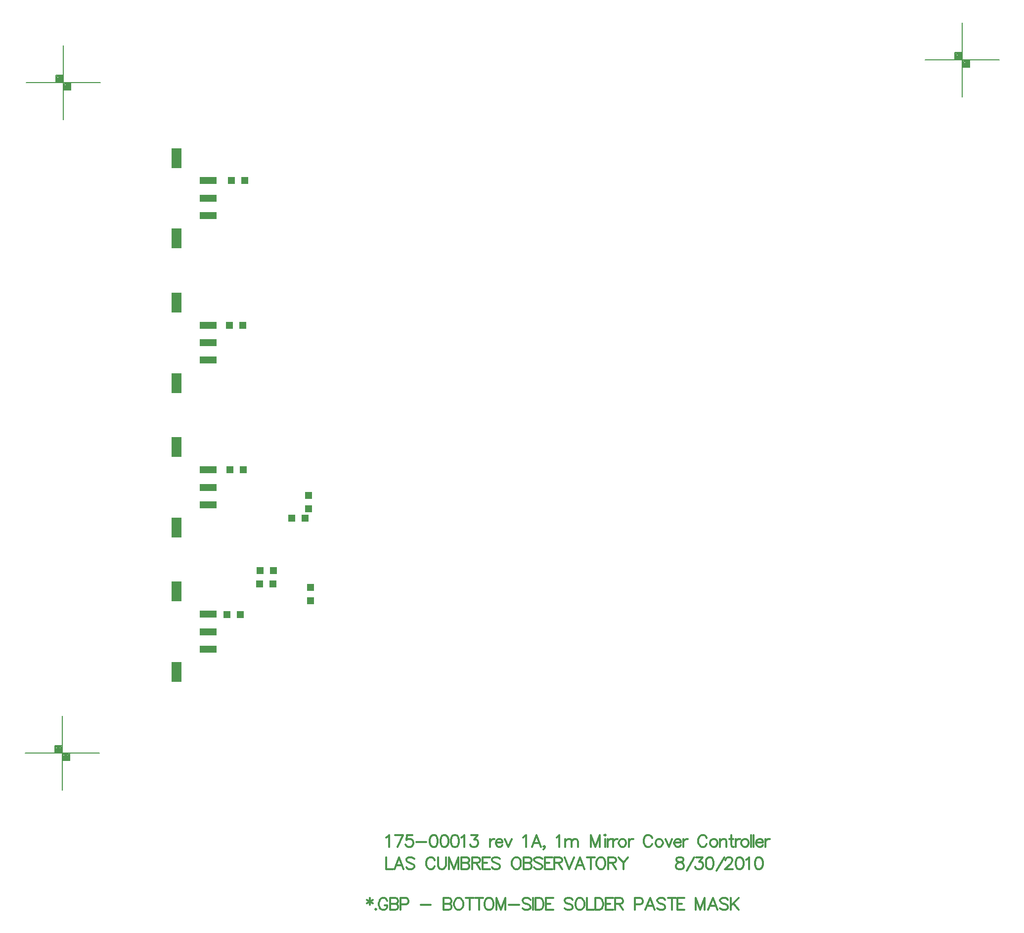
<source format=gbp>
%FSLAX23Y23*%
%MOIN*%
G70*
G01*
G75*
G04 Layer_Color=128*
%ADD10R,0.025X0.100*%
%ADD11R,0.057X0.012*%
%ADD12R,0.025X0.185*%
%ADD13R,0.085X0.138*%
%ADD14R,0.085X0.043*%
%ADD15R,0.085X0.043*%
%ADD16R,0.035X0.053*%
%ADD17R,0.053X0.053*%
%ADD18R,0.070X0.135*%
%ADD19R,0.036X0.036*%
%ADD20R,0.098X0.268*%
%ADD21R,0.078X0.048*%
%ADD22R,0.063X0.075*%
%ADD23R,0.050X0.050*%
%ADD24R,0.079X0.209*%
%ADD25R,0.094X0.130*%
%ADD26O,0.028X0.098*%
%ADD27R,0.087X0.059*%
%ADD28O,0.027X0.010*%
%ADD29R,0.065X0.094*%
%ADD30O,0.024X0.010*%
%ADD31R,0.135X0.070*%
%ADD32R,0.050X0.050*%
%ADD33R,0.115X0.050*%
%ADD34R,0.065X0.135*%
%ADD35C,0.008*%
%ADD36C,0.005*%
%ADD37C,0.012*%
%ADD38C,0.010*%
%ADD39C,0.020*%
%ADD40C,0.100*%
%ADD41C,0.030*%
%ADD42C,0.050*%
%ADD43C,0.025*%
%ADD44C,0.012*%
%ADD45C,0.012*%
%ADD46C,0.060*%
%ADD47C,0.039*%
%ADD48C,0.200*%
%ADD49C,0.020*%
%ADD50C,0.059*%
%ADD51R,0.059X0.059*%
%ADD52C,0.063*%
%ADD53C,0.116*%
%ADD54C,0.065*%
%ADD55C,0.100*%
%ADD56R,0.059X0.059*%
%ADD57C,0.059*%
%ADD58C,0.087*%
%ADD59R,0.087X0.087*%
%ADD60C,0.079*%
%ADD61C,0.157*%
%ADD62C,0.026*%
%ADD63C,0.024*%
%ADD64C,0.050*%
%ADD65C,0.040*%
%ADD66C,0.070*%
G04:AMPARAMS|DCode=67|XSize=90mil|YSize=90mil|CornerRadius=0mil|HoleSize=0mil|Usage=FLASHONLY|Rotation=0.000|XOffset=0mil|YOffset=0mil|HoleType=Round|Shape=Relief|Width=10mil|Gap=10mil|Entries=4|*
%AMTHD67*
7,0,0,0.090,0.070,0.010,45*
%
%ADD67THD67*%
%ADD68C,0.080*%
%ADD69C,0.131*%
%ADD70C,0.075*%
%ADD71C,0.168*%
%ADD72C,0.080*%
%ADD73C,0.103*%
%ADD74C,0.075*%
%ADD75C,0.087*%
%ADD76C,0.076*%
%ADD77C,0.131*%
%ADD78C,0.053*%
G04:AMPARAMS|DCode=79|XSize=110mil|YSize=110mil|CornerRadius=0mil|HoleSize=0mil|Usage=FLASHONLY|Rotation=0.000|XOffset=0mil|YOffset=0mil|HoleType=Round|Shape=Relief|Width=10mil|Gap=10mil|Entries=4|*
%AMTHD79*
7,0,0,0.110,0.090,0.010,45*
%
%ADD79THD79*%
G04:AMPARAMS|DCode=80|XSize=70mil|YSize=70mil|CornerRadius=0mil|HoleSize=0mil|Usage=FLASHONLY|Rotation=0.000|XOffset=0mil|YOffset=0mil|HoleType=Round|Shape=Relief|Width=10mil|Gap=10mil|Entries=4|*
%AMTHD80*
7,0,0,0.070,0.050,0.010,45*
%
%ADD80THD80*%
G04:AMPARAMS|DCode=81|XSize=120mil|YSize=120mil|CornerRadius=0mil|HoleSize=0mil|Usage=FLASHONLY|Rotation=0.000|XOffset=0mil|YOffset=0mil|HoleType=Round|Shape=Relief|Width=10mil|Gap=10mil|Entries=4|*
%AMTHD81*
7,0,0,0.120,0.100,0.010,45*
%
%ADD81THD81*%
%ADD82C,0.068*%
G04:AMPARAMS|DCode=83|XSize=100mil|YSize=100mil|CornerRadius=0mil|HoleSize=0mil|Usage=FLASHONLY|Rotation=0.000|XOffset=0mil|YOffset=0mil|HoleType=Round|Shape=Relief|Width=10mil|Gap=10mil|Entries=4|*
%AMTHD83*
7,0,0,0.100,0.080,0.010,45*
%
%ADD83THD83*%
G04:AMPARAMS|DCode=84|XSize=123mil|YSize=123mil|CornerRadius=0mil|HoleSize=0mil|Usage=FLASHONLY|Rotation=0.000|XOffset=0mil|YOffset=0mil|HoleType=Round|Shape=Relief|Width=10mil|Gap=10mil|Entries=4|*
%AMTHD84*
7,0,0,0.123,0.103,0.010,45*
%
%ADD84THD84*%
G04:AMPARAMS|DCode=85|XSize=95.433mil|YSize=95.433mil|CornerRadius=0mil|HoleSize=0mil|Usage=FLASHONLY|Rotation=0.000|XOffset=0mil|YOffset=0mil|HoleType=Round|Shape=Relief|Width=10mil|Gap=10mil|Entries=4|*
%AMTHD85*
7,0,0,0.095,0.075,0.010,45*
%
%ADD85THD85*%
G04:AMPARAMS|DCode=86|XSize=107.244mil|YSize=107.244mil|CornerRadius=0mil|HoleSize=0mil|Usage=FLASHONLY|Rotation=0.000|XOffset=0mil|YOffset=0mil|HoleType=Round|Shape=Relief|Width=10mil|Gap=10mil|Entries=4|*
%AMTHD86*
7,0,0,0.107,0.087,0.010,45*
%
%ADD86THD86*%
G04:AMPARAMS|DCode=87|XSize=96.221mil|YSize=96.221mil|CornerRadius=0mil|HoleSize=0mil|Usage=FLASHONLY|Rotation=0.000|XOffset=0mil|YOffset=0mil|HoleType=Round|Shape=Relief|Width=10mil|Gap=10mil|Entries=4|*
%AMTHD87*
7,0,0,0.096,0.076,0.010,45*
%
%ADD87THD87*%
G04:AMPARAMS|DCode=88|XSize=150.551mil|YSize=150.551mil|CornerRadius=0mil|HoleSize=0mil|Usage=FLASHONLY|Rotation=0.000|XOffset=0mil|YOffset=0mil|HoleType=Round|Shape=Relief|Width=10mil|Gap=10mil|Entries=4|*
%AMTHD88*
7,0,0,0.151,0.131,0.010,45*
%
%ADD88THD88*%
G04:AMPARAMS|DCode=89|XSize=72.992mil|YSize=72.992mil|CornerRadius=0mil|HoleSize=0mil|Usage=FLASHONLY|Rotation=0.000|XOffset=0mil|YOffset=0mil|HoleType=Round|Shape=Relief|Width=10mil|Gap=10mil|Entries=4|*
%AMTHD89*
7,0,0,0.073,0.053,0.010,45*
%
%ADD89THD89*%
%ADD90C,0.090*%
G04:AMPARAMS|DCode=91|XSize=88mil|YSize=88mil|CornerRadius=0mil|HoleSize=0mil|Usage=FLASHONLY|Rotation=0.000|XOffset=0mil|YOffset=0mil|HoleType=Round|Shape=Relief|Width=10mil|Gap=10mil|Entries=4|*
%AMTHD91*
7,0,0,0.088,0.068,0.010,45*
%
%ADD91THD91*%
%ADD92C,0.010*%
%ADD93C,0.010*%
%ADD94C,0.020*%
%ADD95C,0.008*%
%ADD96C,0.006*%
%ADD97C,0.007*%
%ADD98R,0.136X0.162*%
%ADD99R,0.033X0.108*%
%ADD100R,0.061X0.016*%
%ADD101R,0.033X0.193*%
%ADD102R,0.093X0.146*%
%ADD103R,0.093X0.051*%
%ADD104R,0.093X0.051*%
%ADD105R,0.043X0.061*%
%ADD106R,0.061X0.061*%
%ADD107R,0.078X0.143*%
%ADD108R,0.044X0.044*%
%ADD109R,0.106X0.276*%
%ADD110R,0.086X0.056*%
%ADD111R,0.071X0.083*%
%ADD112R,0.058X0.058*%
%ADD113R,0.087X0.217*%
%ADD114R,0.102X0.138*%
%ADD115O,0.036X0.106*%
%ADD116R,0.095X0.067*%
%ADD117O,0.035X0.018*%
%ADD118R,0.073X0.102*%
%ADD119O,0.032X0.018*%
%ADD120R,0.143X0.078*%
%ADD121R,0.058X0.058*%
%ADD122R,0.123X0.058*%
%ADD123R,0.073X0.143*%
%ADD124C,0.047*%
%ADD125C,0.208*%
%ADD126C,0.028*%
%ADD127C,0.067*%
%ADD128R,0.067X0.067*%
%ADD129C,0.071*%
%ADD130C,0.124*%
%ADD131C,0.073*%
%ADD132C,0.108*%
%ADD133R,0.067X0.067*%
%ADD134C,0.067*%
%ADD135C,0.095*%
%ADD136R,0.095X0.095*%
%ADD137C,0.087*%
%ADD138C,0.165*%
%ADD139C,0.032*%
%ADD140C,0.058*%
%ADD141C,0.034*%
D23*
X12445Y11034D02*
D03*
X12535D02*
D03*
X12465Y12009D02*
D03*
X12555D02*
D03*
X12461Y12983D02*
D03*
X12551D02*
D03*
X12475Y13959D02*
D03*
X12565D02*
D03*
X12970Y11682D02*
D03*
X12880D02*
D03*
X12662Y11240D02*
D03*
X12752D02*
D03*
X12757Y11328D02*
D03*
X12667D02*
D03*
D32*
X12995Y11837D02*
D03*
Y11747D02*
D03*
X13007Y11125D02*
D03*
Y11215D02*
D03*
D33*
X12318Y11035D02*
D03*
Y10917D02*
D03*
Y10799D02*
D03*
Y13958D02*
D03*
Y13840D02*
D03*
Y13722D02*
D03*
Y12984D02*
D03*
Y12866D02*
D03*
Y12748D02*
D03*
Y12009D02*
D03*
Y11891D02*
D03*
Y11773D02*
D03*
D34*
X12102Y11188D02*
D03*
Y10646D02*
D03*
Y14111D02*
D03*
Y13569D02*
D03*
Y13137D02*
D03*
Y12594D02*
D03*
Y12162D02*
D03*
Y11620D02*
D03*
D35*
X11311Y14643D02*
X11321D01*
X11311Y14638D02*
Y14648D01*
Y14638D02*
X11321D01*
Y14648D01*
X11311D02*
X11321D01*
X11306Y14633D02*
Y14648D01*
Y14633D02*
X11326D01*
Y14653D01*
X11306D02*
X11326D01*
X11301Y14628D02*
Y14653D01*
Y14628D02*
X11331D01*
Y14658D01*
X11301D02*
X11331D01*
X11296Y14623D02*
Y14663D01*
Y14623D02*
X11336D01*
Y14663D01*
X11296D02*
X11336D01*
X11361Y14593D02*
X11371D01*
X11361Y14588D02*
Y14598D01*
Y14588D02*
X11371D01*
Y14598D01*
X11361D02*
X11371D01*
X11356Y14583D02*
Y14598D01*
Y14583D02*
X11376D01*
Y14603D01*
X11356D02*
X11376D01*
X11351Y14578D02*
Y14603D01*
Y14578D02*
X11381D01*
Y14608D01*
X11351D02*
X11381D01*
X11346Y14573D02*
Y14613D01*
Y14573D02*
X11386D01*
Y14613D01*
X11346D02*
X11386D01*
X11341Y14568D02*
X11391D01*
Y14618D01*
X11291Y14668D02*
X11341D01*
X11291Y14618D02*
Y14668D01*
X11341Y14368D02*
Y14868D01*
X11091Y14618D02*
X11591D01*
X11302Y10123D02*
X11312D01*
X11302Y10118D02*
Y10128D01*
Y10118D02*
X11312D01*
Y10128D01*
X11302D02*
X11312D01*
X11297Y10113D02*
Y10128D01*
Y10113D02*
X11317D01*
Y10133D01*
X11297D02*
X11317D01*
X11292Y10108D02*
Y10133D01*
Y10108D02*
X11322D01*
Y10138D01*
X11292D02*
X11322D01*
X11287Y10103D02*
Y10143D01*
Y10103D02*
X11327D01*
Y10143D01*
X11287D02*
X11327D01*
X11352Y10073D02*
X11362D01*
X11352Y10068D02*
Y10078D01*
Y10068D02*
X11362D01*
Y10078D01*
X11352D02*
X11362D01*
X11347Y10063D02*
Y10078D01*
Y10063D02*
X11367D01*
Y10083D01*
X11347D02*
X11367D01*
X11342Y10058D02*
Y10083D01*
Y10058D02*
X11372D01*
Y10088D01*
X11342D02*
X11372D01*
X11337Y10053D02*
Y10093D01*
Y10053D02*
X11377D01*
Y10093D01*
X11337D02*
X11377D01*
X11332Y10048D02*
X11382D01*
Y10098D01*
X11282Y10148D02*
X11332D01*
X11282Y10098D02*
Y10148D01*
X11332Y9848D02*
Y10348D01*
X11082Y10098D02*
X11582D01*
X17370Y14798D02*
X17380D01*
X17370Y14793D02*
Y14803D01*
Y14793D02*
X17380Y14793D01*
X17380Y14803D01*
X17370D02*
X17380D01*
X17365Y14788D02*
Y14803D01*
Y14788D02*
X17385D01*
Y14808D01*
X17365Y14808D02*
X17385Y14808D01*
X17360Y14783D02*
Y14808D01*
Y14783D02*
X17390D01*
Y14813D01*
X17360D02*
X17390D01*
X17355Y14778D02*
Y14818D01*
Y14778D02*
X17395D01*
Y14818D01*
X17355D02*
X17395D01*
X17420Y14748D02*
X17430D01*
X17420Y14743D02*
X17420Y14753D01*
X17420Y14743D02*
X17430D01*
Y14753D01*
X17420Y14753D02*
X17430Y14753D01*
X17415Y14738D02*
Y14753D01*
Y14738D02*
X17435Y14738D01*
X17435Y14758D02*
X17435Y14738D01*
X17415Y14758D02*
X17435D01*
X17410Y14733D02*
Y14758D01*
Y14733D02*
X17440D01*
Y14763D01*
X17410D02*
X17440D01*
X17405Y14728D02*
Y14768D01*
Y14728D02*
X17445D01*
Y14768D01*
X17405D02*
X17445D01*
X17400Y14723D02*
X17450Y14723D01*
X17450Y14773D02*
X17450Y14723D01*
X17350Y14823D02*
X17400Y14823D01*
X17350Y14823D02*
X17350Y14773D01*
X17400Y14523D02*
Y15023D01*
X17150Y14773D02*
X17650D01*
D37*
X13407Y9122D02*
Y9076D01*
X13388Y9110D02*
X13426Y9087D01*
Y9110D02*
X13388Y9087D01*
X13447Y9049D02*
X13443Y9045D01*
X13447Y9042D01*
X13450Y9045D01*
X13447Y9049D01*
X13525Y9103D02*
X13521Y9110D01*
X13514Y9118D01*
X13506Y9122D01*
X13491D01*
X13483Y9118D01*
X13475Y9110D01*
X13472Y9103D01*
X13468Y9091D01*
Y9072D01*
X13472Y9061D01*
X13475Y9053D01*
X13483Y9045D01*
X13491Y9042D01*
X13506D01*
X13514Y9045D01*
X13521Y9053D01*
X13525Y9061D01*
Y9072D01*
X13506D02*
X13525D01*
X13543Y9122D02*
Y9042D01*
Y9122D02*
X13578D01*
X13589Y9118D01*
X13593Y9114D01*
X13597Y9106D01*
Y9099D01*
X13593Y9091D01*
X13589Y9087D01*
X13578Y9084D01*
X13543D02*
X13578D01*
X13589Y9080D01*
X13593Y9076D01*
X13597Y9068D01*
Y9057D01*
X13593Y9049D01*
X13589Y9045D01*
X13578Y9042D01*
X13543D01*
X13615Y9080D02*
X13649D01*
X13660Y9084D01*
X13664Y9087D01*
X13668Y9095D01*
Y9106D01*
X13664Y9114D01*
X13660Y9118D01*
X13649Y9122D01*
X13615D01*
Y9042D01*
X13749Y9076D02*
X13817D01*
X13904Y9122D02*
Y9042D01*
Y9122D02*
X13938D01*
X13949Y9118D01*
X13953Y9114D01*
X13957Y9106D01*
Y9099D01*
X13953Y9091D01*
X13949Y9087D01*
X13938Y9084D01*
X13904D02*
X13938D01*
X13949Y9080D01*
X13953Y9076D01*
X13957Y9068D01*
Y9057D01*
X13953Y9049D01*
X13949Y9045D01*
X13938Y9042D01*
X13904D01*
X13998Y9122D02*
X13990Y9118D01*
X13982Y9110D01*
X13979Y9103D01*
X13975Y9091D01*
Y9072D01*
X13979Y9061D01*
X13982Y9053D01*
X13990Y9045D01*
X13998Y9042D01*
X14013D01*
X14021Y9045D01*
X14028Y9053D01*
X14032Y9061D01*
X14036Y9072D01*
Y9091D01*
X14032Y9103D01*
X14028Y9110D01*
X14021Y9118D01*
X14013Y9122D01*
X13998D01*
X14081D02*
Y9042D01*
X14054Y9122D02*
X14108D01*
X14144D02*
Y9042D01*
X14117Y9122D02*
X14171D01*
X14203D02*
X14195Y9118D01*
X14188Y9110D01*
X14184Y9103D01*
X14180Y9091D01*
Y9072D01*
X14184Y9061D01*
X14188Y9053D01*
X14195Y9045D01*
X14203Y9042D01*
X14218D01*
X14226Y9045D01*
X14233Y9053D01*
X14237Y9061D01*
X14241Y9072D01*
Y9091D01*
X14237Y9103D01*
X14233Y9110D01*
X14226Y9118D01*
X14218Y9122D01*
X14203D01*
X14260D02*
Y9042D01*
Y9122D02*
X14290Y9042D01*
X14321Y9122D02*
X14290Y9042D01*
X14321Y9122D02*
Y9042D01*
X14343Y9076D02*
X14412D01*
X14489Y9110D02*
X14481Y9118D01*
X14470Y9122D01*
X14455D01*
X14443Y9118D01*
X14436Y9110D01*
Y9103D01*
X14439Y9095D01*
X14443Y9091D01*
X14451Y9087D01*
X14474Y9080D01*
X14481Y9076D01*
X14485Y9072D01*
X14489Y9064D01*
Y9053D01*
X14481Y9045D01*
X14470Y9042D01*
X14455D01*
X14443Y9045D01*
X14436Y9053D01*
X14507Y9122D02*
Y9042D01*
X14524Y9122D02*
Y9042D01*
Y9122D02*
X14550D01*
X14562Y9118D01*
X14569Y9110D01*
X14573Y9103D01*
X14577Y9091D01*
Y9072D01*
X14573Y9061D01*
X14569Y9053D01*
X14562Y9045D01*
X14550Y9042D01*
X14524D01*
X14644Y9122D02*
X14595D01*
Y9042D01*
X14644D01*
X14595Y9084D02*
X14625D01*
X14774Y9110D02*
X14766Y9118D01*
X14755Y9122D01*
X14740D01*
X14728Y9118D01*
X14721Y9110D01*
Y9103D01*
X14724Y9095D01*
X14728Y9091D01*
X14736Y9087D01*
X14759Y9080D01*
X14766Y9076D01*
X14770Y9072D01*
X14774Y9064D01*
Y9053D01*
X14766Y9045D01*
X14755Y9042D01*
X14740D01*
X14728Y9045D01*
X14721Y9053D01*
X14815Y9122D02*
X14807Y9118D01*
X14799Y9110D01*
X14796Y9103D01*
X14792Y9091D01*
Y9072D01*
X14796Y9061D01*
X14799Y9053D01*
X14807Y9045D01*
X14815Y9042D01*
X14830D01*
X14837Y9045D01*
X14845Y9053D01*
X14849Y9061D01*
X14853Y9072D01*
Y9091D01*
X14849Y9103D01*
X14845Y9110D01*
X14837Y9118D01*
X14830Y9122D01*
X14815D01*
X14871D02*
Y9042D01*
X14917D01*
X14926Y9122D02*
Y9042D01*
Y9122D02*
X14953D01*
X14964Y9118D01*
X14972Y9110D01*
X14975Y9103D01*
X14979Y9091D01*
Y9072D01*
X14975Y9061D01*
X14972Y9053D01*
X14964Y9045D01*
X14953Y9042D01*
X14926D01*
X15047Y9122D02*
X14997D01*
Y9042D01*
X15047D01*
X14997Y9084D02*
X15028D01*
X15060Y9122D02*
Y9042D01*
Y9122D02*
X15094D01*
X15106Y9118D01*
X15109Y9114D01*
X15113Y9106D01*
Y9099D01*
X15109Y9091D01*
X15106Y9087D01*
X15094Y9084D01*
X15060D01*
X15087D02*
X15113Y9042D01*
X15194Y9080D02*
X15228D01*
X15240Y9084D01*
X15243Y9087D01*
X15247Y9095D01*
Y9106D01*
X15243Y9114D01*
X15240Y9118D01*
X15228Y9122D01*
X15194D01*
Y9042D01*
X15326D02*
X15296Y9122D01*
X15265Y9042D01*
X15277Y9068D02*
X15315D01*
X15398Y9110D02*
X15391Y9118D01*
X15379Y9122D01*
X15364D01*
X15352Y9118D01*
X15345Y9110D01*
Y9103D01*
X15349Y9095D01*
X15352Y9091D01*
X15360Y9087D01*
X15383Y9080D01*
X15391Y9076D01*
X15394Y9072D01*
X15398Y9064D01*
Y9053D01*
X15391Y9045D01*
X15379Y9042D01*
X15364D01*
X15352Y9045D01*
X15345Y9053D01*
X15443Y9122D02*
Y9042D01*
X15416Y9122D02*
X15469D01*
X15528D02*
X15479D01*
Y9042D01*
X15528D01*
X15479Y9084D02*
X15509D01*
X15605Y9122D02*
Y9042D01*
Y9122D02*
X15635Y9042D01*
X15665Y9122D02*
X15635Y9042D01*
X15665Y9122D02*
Y9042D01*
X15749D02*
X15719Y9122D01*
X15688Y9042D01*
X15700Y9068D02*
X15738D01*
X15821Y9110D02*
X15814Y9118D01*
X15802Y9122D01*
X15787D01*
X15776Y9118D01*
X15768Y9110D01*
Y9103D01*
X15772Y9095D01*
X15776Y9091D01*
X15783Y9087D01*
X15806Y9080D01*
X15814Y9076D01*
X15817Y9072D01*
X15821Y9064D01*
Y9053D01*
X15814Y9045D01*
X15802Y9042D01*
X15787D01*
X15776Y9045D01*
X15768Y9053D01*
X15839Y9122D02*
Y9042D01*
X15892Y9122D02*
X15839Y9068D01*
X15858Y9087D02*
X15892Y9042D01*
X13518Y9531D02*
X13526Y9535D01*
X13537Y9546D01*
Y9466D01*
X13630Y9546D02*
X13592Y9466D01*
X13577Y9546D02*
X13630D01*
X13694D02*
X13656D01*
X13652Y9512D01*
X13656Y9516D01*
X13667Y9520D01*
X13679D01*
X13690Y9516D01*
X13698Y9508D01*
X13701Y9497D01*
Y9489D01*
X13698Y9478D01*
X13690Y9470D01*
X13679Y9466D01*
X13667D01*
X13656Y9470D01*
X13652Y9474D01*
X13648Y9482D01*
X13719Y9501D02*
X13788D01*
X13834Y9546D02*
X13823Y9543D01*
X13815Y9531D01*
X13811Y9512D01*
Y9501D01*
X13815Y9482D01*
X13823Y9470D01*
X13834Y9466D01*
X13842D01*
X13853Y9470D01*
X13861Y9482D01*
X13865Y9501D01*
Y9512D01*
X13861Y9531D01*
X13853Y9543D01*
X13842Y9546D01*
X13834D01*
X13906D02*
X13894Y9543D01*
X13886Y9531D01*
X13883Y9512D01*
Y9501D01*
X13886Y9482D01*
X13894Y9470D01*
X13906Y9466D01*
X13913D01*
X13925Y9470D01*
X13932Y9482D01*
X13936Y9501D01*
Y9512D01*
X13932Y9531D01*
X13925Y9543D01*
X13913Y9546D01*
X13906D01*
X13977D02*
X13965Y9543D01*
X13958Y9531D01*
X13954Y9512D01*
Y9501D01*
X13958Y9482D01*
X13965Y9470D01*
X13977Y9466D01*
X13984D01*
X13996Y9470D01*
X14003Y9482D01*
X14007Y9501D01*
Y9512D01*
X14003Y9531D01*
X13996Y9543D01*
X13984Y9546D01*
X13977D01*
X14025Y9531D02*
X14033Y9535D01*
X14044Y9546D01*
Y9466D01*
X14091Y9546D02*
X14133D01*
X14110Y9516D01*
X14122D01*
X14129Y9512D01*
X14133Y9508D01*
X14137Y9497D01*
Y9489D01*
X14133Y9478D01*
X14126Y9470D01*
X14114Y9466D01*
X14103D01*
X14091Y9470D01*
X14088Y9474D01*
X14084Y9482D01*
X14218Y9520D02*
Y9466D01*
Y9497D02*
X14222Y9508D01*
X14229Y9516D01*
X14237Y9520D01*
X14248D01*
X14256Y9497D02*
X14301D01*
Y9504D01*
X14297Y9512D01*
X14294Y9516D01*
X14286Y9520D01*
X14275D01*
X14267Y9516D01*
X14259Y9508D01*
X14256Y9497D01*
Y9489D01*
X14259Y9478D01*
X14267Y9470D01*
X14275Y9466D01*
X14286D01*
X14294Y9470D01*
X14301Y9478D01*
X14318Y9520D02*
X14341Y9466D01*
X14364Y9520D02*
X14341Y9466D01*
X14440Y9531D02*
X14447Y9535D01*
X14459Y9546D01*
Y9466D01*
X14559D02*
X14529Y9546D01*
X14499Y9466D01*
X14510Y9493D02*
X14548D01*
X14586Y9470D02*
X14582Y9466D01*
X14578Y9470D01*
X14582Y9474D01*
X14586Y9470D01*
Y9463D01*
X14582Y9455D01*
X14578Y9451D01*
X14666Y9531D02*
X14674Y9535D01*
X14685Y9546D01*
Y9466D01*
X14725Y9520D02*
Y9466D01*
Y9504D02*
X14736Y9516D01*
X14744Y9520D01*
X14755D01*
X14763Y9516D01*
X14767Y9504D01*
Y9466D01*
Y9504D02*
X14778Y9516D01*
X14786Y9520D01*
X14797D01*
X14805Y9516D01*
X14809Y9504D01*
Y9466D01*
X14897Y9546D02*
Y9466D01*
Y9546D02*
X14927Y9466D01*
X14957Y9546D02*
X14927Y9466D01*
X14957Y9546D02*
Y9466D01*
X14988Y9546D02*
X14992Y9543D01*
X14996Y9546D01*
X14992Y9550D01*
X14988Y9546D01*
X14992Y9520D02*
Y9466D01*
X15010Y9520D02*
Y9466D01*
Y9497D02*
X15013Y9508D01*
X15021Y9516D01*
X15029Y9520D01*
X15040D01*
X15047D02*
Y9466D01*
Y9497D02*
X15051Y9508D01*
X15059Y9516D01*
X15066Y9520D01*
X15078D01*
X15104D02*
X15097Y9516D01*
X15089Y9508D01*
X15085Y9497D01*
Y9489D01*
X15089Y9478D01*
X15097Y9470D01*
X15104Y9466D01*
X15116D01*
X15123Y9470D01*
X15131Y9478D01*
X15135Y9489D01*
Y9497D01*
X15131Y9508D01*
X15123Y9516D01*
X15116Y9520D01*
X15104D01*
X15152D02*
Y9466D01*
Y9497D02*
X15156Y9508D01*
X15164Y9516D01*
X15171Y9520D01*
X15183D01*
X15310Y9527D02*
X15306Y9535D01*
X15298Y9543D01*
X15291Y9546D01*
X15276D01*
X15268Y9543D01*
X15260Y9535D01*
X15256Y9527D01*
X15253Y9516D01*
Y9497D01*
X15256Y9485D01*
X15260Y9478D01*
X15268Y9470D01*
X15276Y9466D01*
X15291D01*
X15298Y9470D01*
X15306Y9478D01*
X15310Y9485D01*
X15351Y9520D02*
X15344Y9516D01*
X15336Y9508D01*
X15332Y9497D01*
Y9489D01*
X15336Y9478D01*
X15344Y9470D01*
X15351Y9466D01*
X15363D01*
X15370Y9470D01*
X15378Y9478D01*
X15382Y9489D01*
Y9497D01*
X15378Y9508D01*
X15370Y9516D01*
X15363Y9520D01*
X15351D01*
X15399D02*
X15422Y9466D01*
X15445Y9520D02*
X15422Y9466D01*
X15458Y9497D02*
X15504D01*
Y9504D01*
X15500Y9512D01*
X15496Y9516D01*
X15488Y9520D01*
X15477D01*
X15469Y9516D01*
X15462Y9508D01*
X15458Y9497D01*
Y9489D01*
X15462Y9478D01*
X15469Y9470D01*
X15477Y9466D01*
X15488D01*
X15496Y9470D01*
X15504Y9478D01*
X15521Y9520D02*
Y9466D01*
Y9497D02*
X15525Y9508D01*
X15532Y9516D01*
X15540Y9520D01*
X15551D01*
X15678Y9527D02*
X15675Y9535D01*
X15667Y9543D01*
X15659Y9546D01*
X15644D01*
X15637Y9543D01*
X15629Y9535D01*
X15625Y9527D01*
X15621Y9516D01*
Y9497D01*
X15625Y9485D01*
X15629Y9478D01*
X15637Y9470D01*
X15644Y9466D01*
X15659D01*
X15667Y9470D01*
X15675Y9478D01*
X15678Y9485D01*
X15720Y9520D02*
X15712Y9516D01*
X15705Y9508D01*
X15701Y9497D01*
Y9489D01*
X15705Y9478D01*
X15712Y9470D01*
X15720Y9466D01*
X15731D01*
X15739Y9470D01*
X15747Y9478D01*
X15750Y9489D01*
Y9497D01*
X15747Y9508D01*
X15739Y9516D01*
X15731Y9520D01*
X15720D01*
X15768D02*
Y9466D01*
Y9504D02*
X15779Y9516D01*
X15787Y9520D01*
X15798D01*
X15806Y9516D01*
X15810Y9504D01*
Y9466D01*
X15842Y9546D02*
Y9482D01*
X15846Y9470D01*
X15854Y9466D01*
X15861D01*
X15831Y9520D02*
X15857D01*
X15873D02*
Y9466D01*
Y9497D02*
X15877Y9508D01*
X15884Y9516D01*
X15892Y9520D01*
X15903D01*
X15929D02*
X15922Y9516D01*
X15914Y9508D01*
X15910Y9497D01*
Y9489D01*
X15914Y9478D01*
X15922Y9470D01*
X15929Y9466D01*
X15941D01*
X15949Y9470D01*
X15956Y9478D01*
X15960Y9489D01*
Y9497D01*
X15956Y9508D01*
X15949Y9516D01*
X15941Y9520D01*
X15929D01*
X15977Y9546D02*
Y9466D01*
X15994Y9546D02*
Y9466D01*
X16011Y9497D02*
X16057D01*
Y9504D01*
X16053Y9512D01*
X16049Y9516D01*
X16041Y9520D01*
X16030D01*
X16022Y9516D01*
X16015Y9508D01*
X16011Y9497D01*
Y9489D01*
X16015Y9478D01*
X16022Y9470D01*
X16030Y9466D01*
X16041D01*
X16049Y9470D01*
X16057Y9478D01*
X16074Y9520D02*
Y9466D01*
Y9497D02*
X16078Y9508D01*
X16085Y9516D01*
X16093Y9520D01*
X16104D01*
D45*
X13518Y9396D02*
Y9316D01*
X13564D01*
X13634D02*
X13603Y9396D01*
X13573Y9316D01*
X13584Y9343D02*
X13622D01*
X13706Y9385D02*
X13698Y9393D01*
X13687Y9396D01*
X13671D01*
X13660Y9393D01*
X13652Y9385D01*
Y9377D01*
X13656Y9370D01*
X13660Y9366D01*
X13667Y9362D01*
X13690Y9354D01*
X13698Y9351D01*
X13702Y9347D01*
X13706Y9339D01*
Y9328D01*
X13698Y9320D01*
X13687Y9316D01*
X13671D01*
X13660Y9320D01*
X13652Y9328D01*
X13843Y9377D02*
X13840Y9385D01*
X13832Y9393D01*
X13824Y9396D01*
X13809D01*
X13802Y9393D01*
X13794Y9385D01*
X13790Y9377D01*
X13786Y9366D01*
Y9347D01*
X13790Y9335D01*
X13794Y9328D01*
X13802Y9320D01*
X13809Y9316D01*
X13824D01*
X13832Y9320D01*
X13840Y9328D01*
X13843Y9335D01*
X13866Y9396D02*
Y9339D01*
X13870Y9328D01*
X13877Y9320D01*
X13889Y9316D01*
X13896D01*
X13908Y9320D01*
X13915Y9328D01*
X13919Y9339D01*
Y9396D01*
X13941D02*
Y9316D01*
Y9396D02*
X13972Y9316D01*
X14002Y9396D02*
X13972Y9316D01*
X14002Y9396D02*
Y9316D01*
X14025Y9396D02*
Y9316D01*
Y9396D02*
X14059D01*
X14071Y9393D01*
X14075Y9389D01*
X14078Y9381D01*
Y9373D01*
X14075Y9366D01*
X14071Y9362D01*
X14059Y9358D01*
X14025D02*
X14059D01*
X14071Y9354D01*
X14075Y9351D01*
X14078Y9343D01*
Y9332D01*
X14075Y9324D01*
X14071Y9320D01*
X14059Y9316D01*
X14025D01*
X14096Y9396D02*
Y9316D01*
Y9396D02*
X14131D01*
X14142Y9393D01*
X14146Y9389D01*
X14150Y9381D01*
Y9373D01*
X14146Y9366D01*
X14142Y9362D01*
X14131Y9358D01*
X14096D01*
X14123D02*
X14150Y9316D01*
X14217Y9396D02*
X14168D01*
Y9316D01*
X14217D01*
X14168Y9358D02*
X14198D01*
X14284Y9385D02*
X14276Y9393D01*
X14265Y9396D01*
X14249D01*
X14238Y9393D01*
X14230Y9385D01*
Y9377D01*
X14234Y9370D01*
X14238Y9366D01*
X14246Y9362D01*
X14268Y9354D01*
X14276Y9351D01*
X14280Y9347D01*
X14284Y9339D01*
Y9328D01*
X14276Y9320D01*
X14265Y9316D01*
X14249D01*
X14238Y9320D01*
X14230Y9328D01*
X14387Y9396D02*
X14380Y9393D01*
X14372Y9385D01*
X14368Y9377D01*
X14364Y9366D01*
Y9347D01*
X14368Y9335D01*
X14372Y9328D01*
X14380Y9320D01*
X14387Y9316D01*
X14403D01*
X14410Y9320D01*
X14418Y9328D01*
X14422Y9335D01*
X14425Y9347D01*
Y9366D01*
X14422Y9377D01*
X14418Y9385D01*
X14410Y9393D01*
X14403Y9396D01*
X14387D01*
X14444D02*
Y9316D01*
Y9396D02*
X14478D01*
X14490Y9393D01*
X14494Y9389D01*
X14497Y9381D01*
Y9373D01*
X14494Y9366D01*
X14490Y9362D01*
X14478Y9358D01*
X14444D02*
X14478D01*
X14490Y9354D01*
X14494Y9351D01*
X14497Y9343D01*
Y9332D01*
X14494Y9324D01*
X14490Y9320D01*
X14478Y9316D01*
X14444D01*
X14569Y9385D02*
X14561Y9393D01*
X14550Y9396D01*
X14534D01*
X14523Y9393D01*
X14515Y9385D01*
Y9377D01*
X14519Y9370D01*
X14523Y9366D01*
X14531Y9362D01*
X14553Y9354D01*
X14561Y9351D01*
X14565Y9347D01*
X14569Y9339D01*
Y9328D01*
X14561Y9320D01*
X14550Y9316D01*
X14534D01*
X14523Y9320D01*
X14515Y9328D01*
X14636Y9396D02*
X14587D01*
Y9316D01*
X14636D01*
X14587Y9358D02*
X14617D01*
X14649Y9396D02*
Y9316D01*
Y9396D02*
X14684D01*
X14695Y9393D01*
X14699Y9389D01*
X14703Y9381D01*
Y9373D01*
X14699Y9366D01*
X14695Y9362D01*
X14684Y9358D01*
X14649D01*
X14676D02*
X14703Y9316D01*
X14721Y9396D02*
X14751Y9316D01*
X14782Y9396D02*
X14751Y9316D01*
X14853D02*
X14822Y9396D01*
X14792Y9316D01*
X14803Y9343D02*
X14841D01*
X14898Y9396D02*
Y9316D01*
X14871Y9396D02*
X14925D01*
X14957D02*
X14949Y9393D01*
X14942Y9385D01*
X14938Y9377D01*
X14934Y9366D01*
Y9347D01*
X14938Y9335D01*
X14942Y9328D01*
X14949Y9320D01*
X14957Y9316D01*
X14972D01*
X14980Y9320D01*
X14988Y9328D01*
X14991Y9335D01*
X14995Y9347D01*
Y9366D01*
X14991Y9377D01*
X14988Y9385D01*
X14980Y9393D01*
X14972Y9396D01*
X14957D01*
X15014D02*
Y9316D01*
Y9396D02*
X15048D01*
X15060Y9393D01*
X15063Y9389D01*
X15067Y9381D01*
Y9373D01*
X15063Y9366D01*
X15060Y9362D01*
X15048Y9358D01*
X15014D01*
X15041D02*
X15067Y9316D01*
X15085Y9396D02*
X15116Y9358D01*
Y9316D01*
X15146Y9396D02*
X15116Y9358D01*
X15490Y9396D02*
X15478Y9393D01*
X15474Y9385D01*
Y9377D01*
X15478Y9370D01*
X15486Y9366D01*
X15501Y9362D01*
X15512Y9358D01*
X15520Y9351D01*
X15524Y9343D01*
Y9332D01*
X15520Y9324D01*
X15516Y9320D01*
X15505Y9316D01*
X15490D01*
X15478Y9320D01*
X15474Y9324D01*
X15471Y9332D01*
Y9343D01*
X15474Y9351D01*
X15482Y9358D01*
X15493Y9362D01*
X15509Y9366D01*
X15516Y9370D01*
X15520Y9377D01*
Y9385D01*
X15516Y9393D01*
X15505Y9396D01*
X15490D01*
X15542Y9305D02*
X15595Y9396D01*
X15608D02*
X15650D01*
X15627Y9366D01*
X15638D01*
X15646Y9362D01*
X15650Y9358D01*
X15654Y9347D01*
Y9339D01*
X15650Y9328D01*
X15642Y9320D01*
X15631Y9316D01*
X15619D01*
X15608Y9320D01*
X15604Y9324D01*
X15600Y9332D01*
X15694Y9396D02*
X15683Y9393D01*
X15675Y9381D01*
X15672Y9362D01*
Y9351D01*
X15675Y9332D01*
X15683Y9320D01*
X15694Y9316D01*
X15702D01*
X15714Y9320D01*
X15721Y9332D01*
X15725Y9351D01*
Y9362D01*
X15721Y9381D01*
X15714Y9393D01*
X15702Y9396D01*
X15694D01*
X15743Y9305D02*
X15796Y9396D01*
X15805Y9377D02*
Y9381D01*
X15809Y9389D01*
X15813Y9393D01*
X15821Y9396D01*
X15836D01*
X15843Y9393D01*
X15847Y9389D01*
X15851Y9381D01*
Y9373D01*
X15847Y9366D01*
X15840Y9354D01*
X15801Y9316D01*
X15855D01*
X15896Y9396D02*
X15884Y9393D01*
X15877Y9381D01*
X15873Y9362D01*
Y9351D01*
X15877Y9332D01*
X15884Y9320D01*
X15896Y9316D01*
X15903D01*
X15915Y9320D01*
X15922Y9332D01*
X15926Y9351D01*
Y9362D01*
X15922Y9381D01*
X15915Y9393D01*
X15903Y9396D01*
X15896D01*
X15944Y9381D02*
X15952Y9385D01*
X15963Y9396D01*
Y9316D01*
X16025Y9396D02*
X16014Y9393D01*
X16006Y9381D01*
X16003Y9362D01*
Y9351D01*
X16006Y9332D01*
X16014Y9320D01*
X16025Y9316D01*
X16033D01*
X16044Y9320D01*
X16052Y9332D01*
X16056Y9351D01*
Y9362D01*
X16052Y9381D01*
X16044Y9393D01*
X16033Y9396D01*
X16025D01*
M02*

</source>
